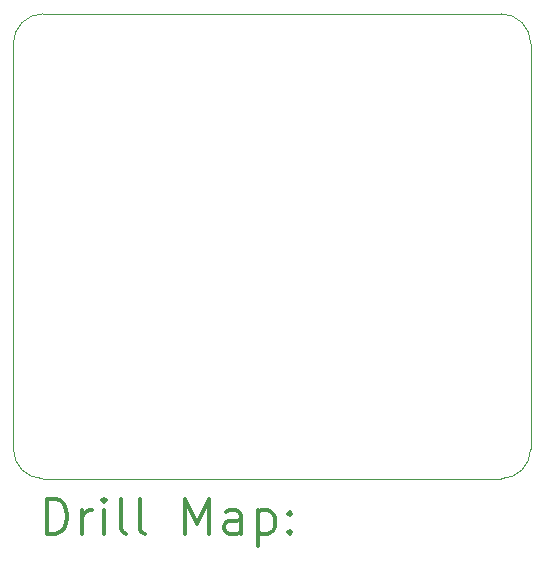
<source format=gbr>
%FSLAX45Y45*%
G04 Gerber Fmt 4.5, Leading zero omitted, Abs format (unit mm)*
G04 Created by KiCad (PCBNEW (5.1.10)-1) date 2022-01-06 14:13:50*
%MOMM*%
%LPD*%
G01*
G04 APERTURE LIST*
%TA.AperFunction,Profile*%
%ADD10C,0.050000*%
%TD*%
%ADD11C,0.200000*%
%ADD12C,0.300000*%
G04 APERTURE END LIST*
D10*
X5207000Y-6604000D02*
X5207000Y-3175000D01*
X9334500Y-6858000D02*
X5461000Y-6858000D01*
X9588500Y-3175000D02*
X9588500Y-6604000D01*
X5461000Y-2921000D02*
X9334500Y-2921000D01*
X9588500Y-6604000D02*
G75*
G02*
X9334500Y-6858000I-254000J0D01*
G01*
X5207000Y-6604000D02*
G75*
G03*
X5461000Y-6858000I254000J0D01*
G01*
X5461000Y-2921000D02*
G75*
G03*
X5207000Y-3175000I0J-254000D01*
G01*
X9588500Y-3175000D02*
G75*
G03*
X9334500Y-2921000I-254000J0D01*
G01*
D11*
D12*
X5490928Y-7326214D02*
X5490928Y-7026214D01*
X5562357Y-7026214D01*
X5605214Y-7040500D01*
X5633786Y-7069071D01*
X5648071Y-7097643D01*
X5662357Y-7154786D01*
X5662357Y-7197643D01*
X5648071Y-7254786D01*
X5633786Y-7283357D01*
X5605214Y-7311929D01*
X5562357Y-7326214D01*
X5490928Y-7326214D01*
X5790928Y-7326214D02*
X5790928Y-7126214D01*
X5790928Y-7183357D02*
X5805214Y-7154786D01*
X5819500Y-7140500D01*
X5848071Y-7126214D01*
X5876643Y-7126214D01*
X5976643Y-7326214D02*
X5976643Y-7126214D01*
X5976643Y-7026214D02*
X5962357Y-7040500D01*
X5976643Y-7054786D01*
X5990928Y-7040500D01*
X5976643Y-7026214D01*
X5976643Y-7054786D01*
X6162357Y-7326214D02*
X6133786Y-7311929D01*
X6119500Y-7283357D01*
X6119500Y-7026214D01*
X6319500Y-7326214D02*
X6290928Y-7311929D01*
X6276643Y-7283357D01*
X6276643Y-7026214D01*
X6662357Y-7326214D02*
X6662357Y-7026214D01*
X6762357Y-7240500D01*
X6862357Y-7026214D01*
X6862357Y-7326214D01*
X7133786Y-7326214D02*
X7133786Y-7169071D01*
X7119500Y-7140500D01*
X7090928Y-7126214D01*
X7033786Y-7126214D01*
X7005214Y-7140500D01*
X7133786Y-7311929D02*
X7105214Y-7326214D01*
X7033786Y-7326214D01*
X7005214Y-7311929D01*
X6990928Y-7283357D01*
X6990928Y-7254786D01*
X7005214Y-7226214D01*
X7033786Y-7211929D01*
X7105214Y-7211929D01*
X7133786Y-7197643D01*
X7276643Y-7126214D02*
X7276643Y-7426214D01*
X7276643Y-7140500D02*
X7305214Y-7126214D01*
X7362357Y-7126214D01*
X7390928Y-7140500D01*
X7405214Y-7154786D01*
X7419500Y-7183357D01*
X7419500Y-7269071D01*
X7405214Y-7297643D01*
X7390928Y-7311929D01*
X7362357Y-7326214D01*
X7305214Y-7326214D01*
X7276643Y-7311929D01*
X7548071Y-7297643D02*
X7562357Y-7311929D01*
X7548071Y-7326214D01*
X7533786Y-7311929D01*
X7548071Y-7297643D01*
X7548071Y-7326214D01*
X7548071Y-7140500D02*
X7562357Y-7154786D01*
X7548071Y-7169071D01*
X7533786Y-7154786D01*
X7548071Y-7140500D01*
X7548071Y-7169071D01*
M02*

</source>
